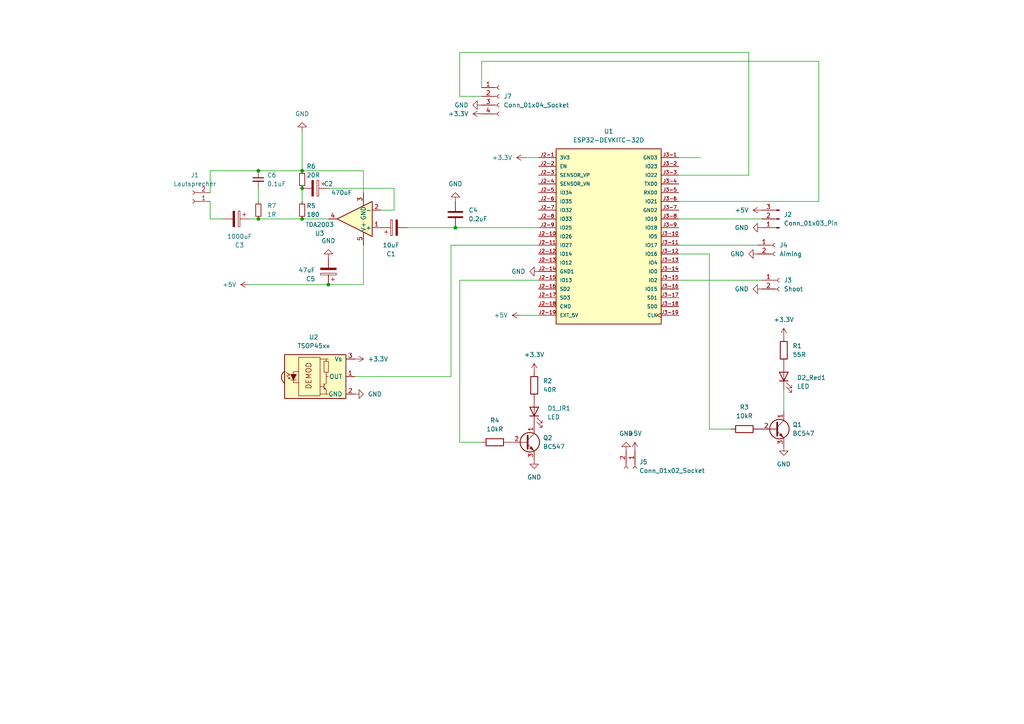
<source format=kicad_sch>
(kicad_sch (version 20230121) (generator eeschema)
  (paper "A4")
  (lib_symbols
    (symbol "Amplifier_Audio:TDA2003" (pin_names (offset 0.127))
      (property "Reference" "U" (at 3.81 6.35 0))
      (property "Value" "TDA2003" (at 3.81 3.81 0))
      (symbol "TDA2003_0_1"
        (polyline (pts (xy -5.08 5.08) (xy 5.08 0) (xy -5.08 -5.08) (xy -5.08 5.08)) (stroke (width 0.254)) (fill (type background)))
      )
      (symbol "TDA2003_1_1"
        (pin input line (at -7.62 2.54 0) (length 2.54) (name "+") (number "1"))
        (pin input line (at -7.62 -2.54 0) (length 2.54) (name "-") (number "2"))
        (pin power_in line (at -2.54 -7.62 90) (length 3.81) (name "GND") (number "3"))
        (pin output line (at 7.62 0 180) (length 2.54) (name "~") (number "4"))
        (pin power_in line (at -2.54 7.62 270) (length 3.81) (name "V+") (number "5"))
      )
    )
    (symbol "Connector:Conn_01x02_Socket" (pin_names (offset 1.016) hide)
      (property "Reference" "J" (at 0 2.54 0))
      (property "Value" "Conn_01x02_Socket" (at 0 -5.08 0))
      (symbol "Conn_01x02_Socket_1_1"
        (arc (start 0 -2.032) (mid -0.5058 -2.54) (end 0 -3.048) (stroke (width 0.1524)))
        (polyline (pts (xy -1.27 -2.54) (xy -0.508 -2.54)) (stroke (width 0.1524)))
        (polyline (pts (xy -1.27 0) (xy -0.508 0)) (stroke (width 0.1524)))
        (arc (start 0 0.508) (mid -0.5058 0) (end 0 -0.508) (stroke (width 0.1524)))
        (pin passive line (at -5.08 0 0) (length 3.81) (name "Pin_1") (number "1"))
        (pin passive line (at -5.08 -2.54 0) (length 3.81) (name "Pin_2") (number "2"))
      )
    )
    (symbol "Connector:Conn_01x03_Pin" (pin_names (offset 1.016) hide)
      (property "Reference" "J" (at 0 5.08 0))
      (property "Value" "Conn_01x03_Pin" (at 0 -5.08 0))
      (symbol "Conn_01x03_Pin_1_1"
        (polyline (pts (xy 1.27 -2.54) (xy 0.8636 -2.54)) (stroke (width 0.1524)))
        (polyline (pts (xy 1.27 0) (xy 0.8636 0)) (stroke (width 0.1524)))
        (polyline (pts (xy 1.27 2.54) (xy 0.8636 2.54)) (stroke (width 0.1524)))
        (rectangle (start 0.8636 -2.413) (end 0 -2.667) (stroke (width 0.1524)) (fill (type outline)))
        (rectangle (start 0.8636 0.127) (end 0 -0.127) (stroke (width 0.1524)) (fill (type outline)))
        (rectangle (start 0.8636 2.667) (end 0 2.413) (stroke (width 0.1524)) (fill (type outline)))
        (pin passive line (at 5.08 2.54 180) (length 3.81) (name "Pin_1") (number "1"))
        (pin passive line (at 5.08 0 180) (length 3.81) (name "Pin_2") (number "2"))
        (pin passive line (at 5.08 -2.54 180) (length 3.81) (name "Pin_3") (number "3"))
      )
    )
    (symbol "Connector:Conn_01x04_Socket" (pin_names (offset 1.016) hide)
      (property "Reference" "J" (at 0 5.08 0))
      (property "Value" "Conn_01x04_Socket" (at 0 -7.62 0))
      (symbol "Conn_01x04_Socket_1_1"
        (arc (start 0 -4.572) (mid -0.5058 -5.08) (end 0 -5.588) (stroke (width 0.1524)))
        (arc (start 0 -2.032) (mid -0.5058 -2.54) (end 0 -3.048) (stroke (width 0.1524)))
        (polyline (pts (xy -1.27 -5.08) (xy -0.508 -5.08)) (stroke (width 0.1524)))
        (polyline (pts (xy -1.27 -2.54) (xy -0.508 -2.54)) (stroke (width 0.1524)))
        (polyline (pts (xy -1.27 0) (xy -0.508 0)) (stroke (width 0.1524)))
        (polyline (pts (xy -1.27 2.54) (xy -0.508 2.54)) (stroke (width 0.1524)))
        (arc (start 0 0.508) (mid -0.5058 0) (end 0 -0.508) (stroke (width 0.1524)))
        (arc (start 0 3.048) (mid -0.5058 2.54) (end 0 2.032) (stroke (width 0.1524)))
        (pin passive line (at -5.08 2.54 0) (length 3.81) (name "Pin_1") (number "1"))
        (pin passive line (at -5.08 0 0) (length 3.81) (name "Pin_2") (number "2"))
        (pin passive line (at -5.08 -2.54 0) (length 3.81) (name "Pin_3") (number "3"))
        (pin passive line (at -5.08 -5.08 0) (length 3.81) (name "Pin_4") (number "4"))
      )
    )
    (symbol "Device:C" (pin_numbers hide) (pin_names (offset 0.254))
      (property "Reference" "C" (at 0.635 2.54 0))
      (property "Value" "C" (at 0.635 -2.54 0))
      (symbol "C_0_1"
        (polyline (pts (xy -2.032 -0.762) (xy 2.032 -0.762)) (stroke (width 0.508)))
        (polyline (pts (xy -2.032 0.762) (xy 2.032 0.762)) (stroke (width 0.508)))
      )
      (symbol "C_1_1"
        (pin passive line (at 0 3.81 270) (length 2.794) (name "~") (number "1"))
        (pin passive line (at 0 -3.81 90) (length 2.794) (name "~") (number "2"))
      )
    )
    (symbol "Device:C_Polarized" (pin_numbers hide) (pin_names (offset 0.254))
      (property "Reference" "C" (at 0.635 2.54 0))
      (property "Value" "C_Polarized" (at 0.635 -2.54 0))
      (symbol "C_Polarized_0_1"
        (rectangle (start -2.286 0.508) (end 2.286 1.016))
        (polyline (pts (xy -1.778 2.286) (xy -0.762 2.286)))
        (polyline (pts (xy -1.27 2.794) (xy -1.27 1.778)))
        (rectangle (start 2.286 -0.508) (end -2.286 -1.016) (fill (type outline)))
      )
      (symbol "C_Polarized_1_1"
        (pin passive line (at 0 3.81 270) (length 2.794) (name "~") (number "1"))
        (pin passive line (at 0 -3.81 90) (length 2.794) (name "~") (number "2"))
      )
    )
    (symbol "Device:C_Small" (pin_numbers hide) (pin_names (offset 0.254) hide)
      (property "Reference" "C" (at 0.254 1.778 0))
      (property "Value" "C_Small" (at 0.254 -2.032 0))
      (symbol "C_Small_0_1"
        (polyline (pts (xy -1.524 -0.508) (xy 1.524 -0.508)) (stroke (width 0.3302)))
        (polyline (pts (xy -1.524 0.508) (xy 1.524 0.508)) (stroke (width 0.3048)))
      )
      (symbol "C_Small_1_1"
        (pin passive line (at 0 2.54 270) (length 2.032) (name "~") (number "1"))
        (pin passive line (at 0 -2.54 90) (length 2.032) (name "~") (number "2"))
      )
    )
    (symbol "Device:LED" (pin_numbers hide) (pin_names (offset 1.016) hide)
      (property "Reference" "D" (at 0 2.54 0))
      (property "Value" "LED" (at 0 -2.54 0))
      (symbol "LED_0_1"
        (polyline (pts (xy -1.27 -1.27) (xy -1.27 1.27)) (stroke (width 0.254)))
        (polyline (pts (xy -1.27 0) (xy 1.27 0)))
        (polyline (pts (xy 1.27 -1.27) (xy 1.27 1.27) (xy -1.27 0) (xy 1.27 -1.27)) (stroke (width 0.254)))
        (polyline (pts (xy -3.048 -0.762) (xy -4.572 -2.286) (xy -3.81 -2.286) (xy -4.572 -2.286) (xy -4.572 -1.524)))
        (polyline (pts (xy -1.778 -0.762) (xy -3.302 -2.286) (xy -2.54 -2.286) (xy -3.302 -2.286) (xy -3.302 -1.524)))
      )
      (symbol "LED_1_1"
        (pin passive line (at -3.81 0 0) (length 2.54) (name "K") (number "1"))
        (pin passive line (at 3.81 0 180) (length 2.54) (name "A") (number "2"))
      )
    )
    (symbol "Device:R" (pin_numbers hide) (pin_names (offset 0))
      (property "Reference" "R" (at 2.032 0 90))
      (property "Value" "R" (at 0 0 90))
      (symbol "R_0_1"
        (rectangle (start -1.016 -2.54) (end 1.016 2.54) (stroke (width 0.254)))
      )
      (symbol "R_1_1"
        (pin passive line (at 0 3.81 270) (length 1.27) (name "~") (number "1"))
        (pin passive line (at 0 -3.81 90) (length 1.27) (name "~") (number "2"))
      )
    )
    (symbol "Device:R_Small" (pin_numbers hide) (pin_names (offset 0.254) hide)
      (property "Reference" "R" (at 0.762 0.508 0))
      (property "Value" "R_Small" (at 0.762 -1.016 0))
      (symbol "R_Small_0_1"
        (rectangle (start -0.762 1.778) (end 0.762 -1.778) (stroke (width 0.2032)))
      )
      (symbol "R_Small_1_1"
        (pin passive line (at 0 2.54 270) (length 0.762) (name "~") (number "1"))
        (pin passive line (at 0 -2.54 90) (length 0.762) (name "~") (number "2"))
      )
    )
    (symbol "ESP32-DEVKITC-32D:ESP32-DEVKITC-32D" (pin_names (offset 1.016))
      (property "Reference" "U" (at -15.2572 26.0643 0))
      (property "Value" "ESP32-DEVKITC-32D" (at -15.2563 -27.9698 0))
      (symbol "ESP32-DEVKITC-32D_0_0"
        (rectangle (start -15.24 -25.4) (end 15.24 25.4) (stroke (width 0.254)) (fill (type background)))
        (pin power_in line (at -20.32 22.86 0) (length 5.08) (name "3V3") (number "J2-1"))
        (pin bidirectional line (at -20.32 0 0) (length 5.08) (name "IO26") (number "J2-10"))
        (pin bidirectional line (at -20.32 -2.54 0) (length 5.08) (name "IO27") (number "J2-11"))
        (pin bidirectional line (at -20.32 -5.08 0) (length 5.08) (name "IO14") (number "J2-12"))
        (pin bidirectional line (at -20.32 -7.62 0) (length 5.08) (name "IO12") (number "J2-13"))
        (pin power_in line (at -20.32 -10.16 0) (length 5.08) (name "GND1") (number "J2-14"))
        (pin bidirectional line (at -20.32 -12.7 0) (length 5.08) (name "IO13") (number "J2-15"))
        (pin bidirectional line (at -20.32 -15.24 0) (length 5.08) (name "SD2") (number "J2-16"))
        (pin bidirectional line (at -20.32 -17.78 0) (length 5.08) (name "SD3") (number "J2-17"))
        (pin bidirectional line (at -20.32 -20.32 0) (length 5.08) (name "CMD") (number "J2-18"))
        (pin power_in line (at -20.32 -22.86 0) (length 5.08) (name "EXT_5V") (number "J2-19"))
        (pin input line (at -20.32 20.32 0) (length 5.08) (name "EN") (number "J2-2"))
        (pin input line (at -20.32 17.78 0) (length 5.08) (name "SENSOR_VP") (number "J2-3"))
        (pin input line (at -20.32 15.24 0) (length 5.08) (name "SENSOR_VN") (number "J2-4"))
        (pin bidirectional line (at -20.32 12.7 0) (length 5.08) (name "IO34") (number "J2-5"))
        (pin bidirectional line (at -20.32 10.16 0) (length 5.08) (name "IO35") (number "J2-6"))
        (pin bidirectional line (at -20.32 7.62 0) (length 5.08) (name "IO32") (number "J2-7"))
        (pin bidirectional line (at -20.32 5.08 0) (length 5.08) (name "IO33") (number "J2-8"))
        (pin bidirectional line (at -20.32 2.54 0) (length 5.08) (name "IO25") (number "J2-9"))
        (pin power_in line (at 20.32 22.86 180) (length 5.08) (name "GND3") (number "J3-1"))
        (pin bidirectional line (at 20.32 0 180) (length 5.08) (name "IO5") (number "J3-10"))
        (pin bidirectional line (at 20.32 -2.54 180) (length 5.08) (name "IO17") (number "J3-11"))
        (pin bidirectional line (at 20.32 -5.08 180) (length 5.08) (name "IO16") (number "J3-12"))
        (pin bidirectional line (at 20.32 -7.62 180) (length 5.08) (name "IO4") (number "J3-13"))
        (pin bidirectional line (at 20.32 -10.16 180) (length 5.08) (name "IO0") (number "J3-14"))
        (pin bidirectional line (at 20.32 -12.7 180) (length 5.08) (name "IO2") (number "J3-15"))
        (pin bidirectional line (at 20.32 -15.24 180) (length 5.08) (name "IO15") (number "J3-16"))
        (pin bidirectional line (at 20.32 -17.78 180) (length 5.08) (name "SD1") (number "J3-17"))
        (pin bidirectional line (at 20.32 -20.32 180) (length 5.08) (name "SD0") (number "J3-18"))
        (pin input clock (at 20.32 -22.86 180) (length 5.08) (name "CLK") (number "J3-19"))
        (pin bidirectional line (at 20.32 20.32 180) (length 5.08) (name "IO23") (number "J3-2"))
        (pin bidirectional line (at 20.32 17.78 180) (length 5.08) (name "IO22") (number "J3-3"))
        (pin output line (at 20.32 15.24 180) (length 5.08) (name "TXD0") (number "J3-4"))
        (pin input line (at 20.32 12.7 180) (length 5.08) (name "RXD0") (number "J3-5"))
        (pin bidirectional line (at 20.32 10.16 180) (length 5.08) (name "IO21") (number "J3-6"))
        (pin power_in line (at 20.32 7.62 180) (length 5.08) (name "GND2") (number "J3-7"))
        (pin bidirectional line (at 20.32 5.08 180) (length 5.08) (name "IO19") (number "J3-8"))
        (pin bidirectional line (at 20.32 2.54 180) (length 5.08) (name "IO18") (number "J3-9"))
      )
    )
    (symbol "Interface_Optical:TSOP45xx" (pin_names (offset 1.016))
      (property "Reference" "U" (at -10.16 7.62 0))
      (property "Value" "TSOP45xx" (at -10.16 -7.62 0))
      (symbol "TSOP45xx_0_0"
        (arc (start -10.287 1.397) (mid -11.0899 -0.1852) (end -10.287 -1.778) (stroke (width 0.254)) (fill (type background)))
        (polyline (pts (xy 1.905 -5.08) (xy 0.127 -5.08)))
        (polyline (pts (xy 1.905 5.08) (xy 0.127 5.08)))
        (text "DEMOD" (at -3.175 0.254 900) (effects (font (size 1.524 1.524))))
      )
      (symbol "TSOP45xx_0_1"
        (rectangle (start -6.096 5.588) (end 0.127 -5.588))
        (polyline (pts (xy -8.763 0.381) (xy -9.652 1.27)))
        (polyline (pts (xy -8.763 0.381) (xy -9.271 0.381)))
        (polyline (pts (xy -8.763 0.381) (xy -8.763 0.889)))
        (polyline (pts (xy -8.636 -0.635) (xy -9.525 0.254)))
        (polyline (pts (xy -8.636 -0.635) (xy -9.144 -0.635)))
        (polyline (pts (xy -8.636 -0.635) (xy -8.636 -0.127)))
        (polyline (pts (xy -8.382 -1.016) (xy -6.731 -1.016)))
        (polyline (pts (xy 1.27 -2.921) (xy 0.127 -2.921)))
        (polyline (pts (xy 1.27 -1.905) (xy 1.27 -3.81)))
        (polyline (pts (xy 1.397 -3.556) (xy 1.524 -3.556)))
        (polyline (pts (xy 1.651 -3.556) (xy 1.524 -3.556)))
        (polyline (pts (xy 1.651 -3.556) (xy 1.651 -3.302)))
        (polyline (pts (xy 1.905 0) (xy 1.905 1.27)))
        (polyline (pts (xy 1.905 4.445) (xy 1.905 5.08) (xy 2.54 5.08)))
        (polyline (pts (xy -8.382 0.635) (xy -6.731 0.635) (xy -7.62 -1.016) (xy -8.382 0.635)) (fill (type outline)))
        (polyline (pts (xy -6.096 1.397) (xy -7.62 1.397) (xy -7.62 -1.778) (xy -6.096 -1.778)))
        (polyline (pts (xy 1.27 -3.175) (xy 1.905 -3.81) (xy 1.905 -5.08) (xy 2.54 -5.08)))
        (polyline (pts (xy 1.27 -2.54) (xy 1.905 -1.905) (xy 1.905 0) (xy 2.54 0)))
        (rectangle (start 2.54 1.27) (end 1.27 4.445))
        (rectangle (start 7.62 6.35) (end -10.16 -6.35) (stroke (width 0.254)) (fill (type background)))
      )
      (symbol "TSOP45xx_1_1"
        (pin output line (at 10.16 0 180) (length 2.54) (name "OUT") (number "1"))
        (pin power_in line (at 10.16 -5.08 180) (length 2.54) (name "GND") (number "2"))
        (pin power_in line (at 10.16 5.08 180) (length 2.54) (name "Vs") (number "3"))
      )
    )
    (symbol "Transistor_BJT:BC547" (pin_names (offset 0) hide)
      (property "Reference" "Q" (at 5.08 1.905 0))
      (property "Value" "BC547" (at 5.08 0 0))
      (symbol "BC547_0_1"
        (polyline (pts (xy 0 0) (xy 0.635 0)))
        (polyline (pts (xy 0.635 0.635) (xy 2.54 2.54)))
        (polyline (pts (xy 0.635 -0.635) (xy 2.54 -2.54) (xy 2.54 -2.54)))
        (polyline (pts (xy 0.635 1.905) (xy 0.635 -1.905) (xy 0.635 -1.905)) (stroke (width 0.508)))
        (polyline (pts (xy 1.27 -1.778) (xy 1.778 -1.27) (xy 2.286 -2.286) (xy 1.27 -1.778) (xy 1.27 -1.778)) (fill (type outline)))
        (circle (center 1.27 0) (radius 2.8194) (stroke (width 0.254)))
      )
      (symbol "BC547_1_1"
        (pin passive line (at 2.54 5.08 270) (length 2.54) (name "C") (number "1"))
        (pin input line (at -5.08 0 0) (length 5.08) (name "B") (number "2"))
        (pin passive line (at 2.54 -5.08 90) (length 2.54) (name "E") (number "3"))
      )
    )
    (symbol "power:+3.3V" (power) (pin_names (offset 0))
      (property "Value" "+3.3V" (at 0 3.556 0))
      (symbol "+3.3V_0_1"
        (polyline (pts (xy -0.762 1.27) (xy 0 2.54)))
        (polyline (pts (xy 0 0) (xy 0 2.54)))
        (polyline (pts (xy 0 2.54) (xy 0.762 1.27)))
      )
      (symbol "+3.3V_1_1"
        (pin power_in line (at 0 0 90) (length 0) hide (name "+3.3V") (number "1"))
      )
    )
    (symbol "power:+5V" (power) (pin_names (offset 0))
      (property "Value" "+5V" (at 0 3.556 0))
      (symbol "+5V_0_1"
        (polyline (pts (xy -0.762 1.27) (xy 0 2.54)))
        (polyline (pts (xy 0 0) (xy 0 2.54)))
        (polyline (pts (xy 0 2.54) (xy 0.762 1.27)))
      )
      (symbol "+5V_1_1"
        (pin power_in line (at 0 0 90) (length 0) hide (name "+5V") (number "1"))
      )
    )
    (symbol "power:GND" (power) (pin_names (offset 0))
      (property "Value" "GND" (at 0 -3.81 0))
      (symbol "GND_0_1"
        (polyline (pts (xy 0 0) (xy 0 -1.27) (xy 1.27 -1.27) (xy 0 -2.54) (xy -1.27 -1.27) (xy 0 -1.27)))
      )
      (symbol "GND_1_1"
        (pin power_in line (at 0 0 270) (length 0) hide (name "GND") (number "1"))
      )
    )
  )
  (junction (at 132.08 66.04))
  (junction (at 74.93 63.5))
  (junction (at 95.25 82.55))
  (junction (at 74.93 49.53))
  (junction (at 87.63 63.5))
  (junction (at 87.63 49.53))
  (junction (at 87.63 54.61))
  (wire (pts (xy 196.85 63.5) (xy 220.98 63.5)))
  (wire (pts (xy 64.77 63.5) (xy 60.96 63.5)))
  (wire (pts (xy 133.35 15.24) (xy 133.35 27.94)))
  (wire (pts (xy 227.33 113.03) (xy 227.33 119.38)))
  (wire (pts (xy 152.4 45.72) (xy 156.21 45.72)))
  (wire (pts (xy 156.21 81.28) (xy 133.35 81.28)))
  (wire (pts (xy 74.93 54.61) (xy 74.93 58.42)))
  (wire (pts (xy 237.49 58.42) (xy 196.85 58.42)))
  (wire (pts (xy 87.63 63.5) (xy 95.25 63.5)))
  (wire (pts (xy 196.85 81.28) (xy 220.98 81.28)))
  (wire (pts (xy 139.7 25.4) (xy 139.7 17.78)))
  (wire (pts (xy 114.3 54.61) (xy 114.3 60.96)))
  (wire (pts (xy 205.74 73.66) (xy 205.74 124.46)))
  (wire (pts (xy 205.74 124.46) (xy 212.09 124.46)))
  (wire (pts (xy 105.41 82.55) (xy 105.41 71.12)))
  (wire (pts (xy 87.63 38.1) (xy 87.63 49.53)))
  (wire (pts (xy 60.96 63.5) (xy 60.96 58.42)))
  (wire (pts (xy 217.17 50.8) (xy 217.17 15.24)))
  (wire (pts (xy 87.63 54.61) (xy 87.63 58.42)))
  (wire (pts (xy 196.85 71.12) (xy 219.71 71.12)))
  (wire (pts (xy 217.17 15.24) (xy 133.35 15.24)))
  (wire (pts (xy 130.81 71.12) (xy 156.21 71.12)))
  (wire (pts (xy 95.25 82.55) (xy 105.41 82.55)))
  (wire (pts (xy 87.63 49.53) (xy 105.41 49.53)))
  (wire (pts (xy 237.49 17.78) (xy 237.49 58.42)))
  (wire (pts (xy 60.96 49.53) (xy 74.93 49.53)))
  (wire (pts (xy 95.25 54.61) (xy 114.3 54.61)))
  (wire (pts (xy 74.93 49.53) (xy 87.63 49.53)))
  (wire (pts (xy 196.85 45.72) (xy 203.2 45.72)))
  (wire (pts (xy 130.81 109.22) (xy 130.81 71.12)))
  (wire (pts (xy 102.87 109.22) (xy 130.81 109.22)))
  (wire (pts (xy 196.85 50.8) (xy 217.17 50.8)))
  (wire (pts (xy 114.3 60.96) (xy 110.49 60.96)))
  (wire (pts (xy 72.39 63.5) (xy 74.93 63.5)))
  (wire (pts (xy 132.08 66.04) (xy 156.21 66.04)))
  (wire (pts (xy 118.11 66.04) (xy 132.08 66.04)))
  (wire (pts (xy 151.13 91.44) (xy 156.21 91.44)))
  (wire (pts (xy 60.96 55.88) (xy 60.96 49.53)))
  (wire (pts (xy 139.7 17.78) (xy 237.49 17.78)))
  (wire (pts (xy 72.39 82.55) (xy 95.25 82.55)))
  (wire (pts (xy 196.85 73.66) (xy 205.74 73.66)))
  (wire (pts (xy 74.93 63.5) (xy 87.63 63.5)))
  (wire (pts (xy 133.35 81.28) (xy 133.35 128.27)))
  (wire (pts (xy 105.41 49.53) (xy 105.41 55.88)))
  (wire (pts (xy 133.35 27.94) (xy 139.7 27.94)))
  (wire (pts (xy 133.35 128.27) (xy 139.7 128.27)))
  (symbol (lib_id "power:GND") (at 219.71 73.66 270) (unit 1)
    (property "Reference" "#PWR010" (effects hide))
    (property "Value" "GND" (at 215.9 73.66 90) (effects (justify right)))
  )
  (symbol (lib_id "power:GND") (at 87.63 38.1 180) (unit 1)
    (property "Reference" "#PWR01" (effects hide))
    (property "Value" "GND" (at 87.63 33.02 0))
  )
  (symbol (lib_id "Device:R") (at 227.33 101.6 0) (unit 1)
    (property "Reference" "R1" (at 229.87 100.33 0) (effects (justify left)))
    (property "Value" "55R" (at 229.87 102.87 0) (effects (justify left)))
    (property "Footprint" "Resistor_THT:R_Axial_DIN0204_L3.6mm_D1.6mm_P5.08mm_Horizontal" (effects hide))
  )
  (symbol (lib_id "power:+5V") (at 220.98 60.96 90) (unit 1)
    (property "Reference" "#PWR08" (effects hide))
    (property "Value" "+5V" (at 217.17 60.96 90) (effects (justify left)))
  )
  (symbol (lib_id "power:GND") (at 132.08 58.42 180) (unit 1)
    (property "Reference" "#PWR06" (effects hide))
    (property "Value" "GND" (at 132.08 53.34 0))
  )
  (symbol (lib_id "Connector:Conn_01x03_Pin") (at 226.06 63.5 180) (unit 1)
    (property "Reference" "J2" (at 227.33 62.23 0) (effects (justify right)))
    (property "Value" "Conn_01x03_Pin" (at 227.33 64.77 0) (effects (justify right)))
    (property "Footprint" "Connector_PinHeader_1.00mm:PinHeader_1x03_P1.00mm_Vertical" (effects hide))
  )
  (symbol (lib_id "Amplifier_Audio:TDA2003") (at 102.87 63.5 180) (unit 1)
    (property "Reference" "U3" (at 92.71 67.6909 0))
    (property "Value" "TDA2003" (at 92.71 65.1509 0))
    (property "Footprint" "Package_TO_SOT_THT:TO-220-5_P3.4x3.7mm_StaggerOdd_Lead3.8mm_Vertical" (effects hide))
    (property "Datasheet" "http://www.st.com/resource/en/datasheet/cd00000123.pdf" (effects hide))
  )
  (symbol (lib_id "Connector:Conn_01x02_Socket") (at 224.79 71.12 0) (unit 1)
    (property "Reference" "J4" (at 226.06 71.12 0) (effects (justify left)))
    (property "Value" "Aiming" (at 226.06 73.66 0) (effects (justify left)))
    (property "Footprint" "Connector_PinHeader_1.00mm:PinHeader_1x02_P1.00mm_Vertical" (effects hide))
  )
  (symbol (lib_id "power:+3.3V") (at 152.4 45.72 90) (unit 1)
    (property "Reference" "#PWR04" (effects hide))
    (property "Value" "+3.3V" (at 148.59 45.72 90) (effects (justify left)))
  )
  (symbol (lib_id "power:+5V") (at 151.13 91.44 90) (unit 1)
    (property "Reference" "#PWR03" (effects hide))
    (property "Value" "+5V" (at 147.32 91.44 90) (effects (justify left)))
  )
  (symbol (lib_id "Device:R_Small") (at 74.93 60.96 0) (unit 1)
    (property "Reference" "R7" (at 77.47 59.69 0) (effects (justify left)))
    (property "Value" "1R" (at 77.47 62.23 0) (effects (justify left)))
    (property "Footprint" "Resistor_THT:R_Axial_DIN0204_L3.6mm_D1.6mm_P5.08mm_Horizontal" (effects hide))
  )
  (symbol (lib_id "Device:LED") (at 227.33 109.22 90) (unit 1)
    (property "Reference" "D2_Red1" (at 231.14 109.5375 90) (effects (justify right)))
    (property "Value" "LED" (at 231.14 112.0775 90) (effects (justify right)))
    (property "Footprint" "LED_THT:LED_D1.8mm_W3.3mm_H2.4mm" (effects hide))
  )
  (symbol (lib_id "Device:C_Polarized") (at 114.3 66.04 90) (unit 1)
    (property "Reference" "C1" (at 113.411 73.66 90))
    (property "Value" "10uF" (at 113.411 71.12 90))
    (property "Footprint" "Capacitor_THT:CP_Radial_D4.0mm_P1.50mm" (effects hide))
  )
  (symbol (lib_id "power:GND") (at 139.7 30.48 270) (unit 1)
    (property "Reference" "#PWR021" (effects hide))
    (property "Value" "GND" (at 135.89 30.48 90) (effects (justify right)))
  )
  (symbol (lib_id "Connector:Conn_01x02_Socket") (at 55.88 58.42 180) (unit 1)
    (property "Reference" "J1" (at 56.515 50.8 0))
    (property "Value" "Lautsprecher" (at 56.515 53.34 0))
    (property "Footprint" "Connector_PinHeader_1.00mm:PinHeader_1x02_P1.00mm_Vertical" (effects hide))
  )
  (symbol (lib_id "power:GND") (at 220.98 66.04 270) (unit 1)
    (property "Reference" "#PWR07" (effects hide))
    (property "Value" "GND" (at 217.17 66.04 90) (effects (justify right)))
  )
  (symbol (lib_id "Device:R_Small") (at 87.63 52.07 0) (unit 1)
    (property "Reference" "R6" (at 88.9 48.26 0) (effects (justify left)))
    (property "Value" "20R" (at 88.9 50.8 0) (effects (justify left)))
    (property "Footprint" "Resistor_THT:R_Axial_DIN0204_L3.6mm_D1.6mm_P5.08mm_Horizontal" (effects hide))
  )
  (symbol (lib_id "Interface_Optical:TSOP45xx") (at 92.71 109.22 0) (unit 1)
    (property "Reference" "U2" (at 90.975 97.79 0))
    (property "Value" "TSOP45xx" (at 90.975 100.33 0))
    (property "Footprint" "OptoDevice:Vishay_MOLD-3Pin" (effects hide))
    (property "Datasheet" "http://www.vishay.com/docs/82460/tsop45.pdf" (effects hide))
  )
  (symbol (lib_id "power:+5V") (at 72.39 82.55 90) (unit 1)
    (property "Reference" "#PWR05" (effects hide))
    (property "Value" "+5V" (at 68.58 82.55 90) (effects (justify left)))
  )
  (symbol (lib_id "Transistor_BJT:BC547") (at 224.79 124.46 0) (unit 1)
    (property "Reference" "Q1" (at 229.87 123.19 0) (effects (justify left)))
    (property "Value" "BC547" (at 229.87 125.73 0) (effects (justify left)))
    (property "Footprint" "Package_TO_SOT_THT:TO-92_Inline" (effects hide))
    (property "Datasheet" "https://www.onsemi.com/pub/Collateral/BC550-D.pdf" (effects hide))
  )
  (symbol (lib_id "Connector:Conn_01x02_Socket") (at 226.06 81.28 0) (unit 1)
    (property "Reference" "J3" (at 227.33 81.28 0) (effects (justify left)))
    (property "Value" "Shoot" (at 227.33 83.82 0) (effects (justify left)))
    (property "Footprint" "Connector_PinHeader_1.00mm:PinHeader_1x02_P1.00mm_Vertical" (effects hide))
  )
  (symbol (lib_id "power:GND") (at 181.61 130.81 180) (unit 1)
    (property "Reference" "#PWR019" (effects hide))
    (property "Value" "GND" (at 181.61 125.73 0))
  )
  (symbol (lib_id "power:+5V") (at 184.15 130.81 0) (unit 1)
    (property "Reference" "#PWR020" (effects hide))
    (property "Value" "+5V" (at 184.15 125.73 0))
  )
  (symbol (lib_id "power:GND") (at 227.33 129.54 0) (unit 1)
    (property "Reference" "#PWR015" (effects hide))
    (property "Value" "GND" (at 227.33 134.62 0))
  )
  (symbol (lib_id "Device:C_Polarized") (at 95.25 78.74 180) (unit 1)
    (property "Reference" "C5" (at 91.44 80.899 0) (effects (justify left)))
    (property "Value" "47uF" (at 91.44 78.359 0) (effects (justify left)))
    (property "Footprint" "Capacitor_THT:CP_Radial_D4.0mm_P1.50mm" (effects hide))
  )
  (symbol (lib_id "power:GND") (at 156.21 78.74 270) (unit 1)
    (property "Reference" "#PWR012" (effects hide))
    (property "Value" "GND" (at 152.4 78.74 90) (effects (justify right)))
  )
  (symbol (lib_id "power:+3.3V") (at 154.94 107.95 0) (unit 1)
    (property "Reference" "#PWR014" (effects hide))
    (property "Value" "+3.3V" (at 154.94 102.87 0))
  )
  (symbol (lib_id "Device:R") (at 215.9 124.46 90) (unit 1)
    (property "Reference" "R3" (at 215.9 118.11 90))
    (property "Value" "10kR" (at 215.9 120.65 90))
    (property "Footprint" "Resistor_THT:R_Axial_DIN0204_L3.6mm_D1.6mm_P5.08mm_Horizontal" (effects hide))
  )
  (symbol (lib_id "power:GND") (at 154.94 133.35 0) (unit 1)
    (property "Reference" "#PWR016" (effects hide))
    (property "Value" "GND" (at 154.94 138.43 0))
  )
  (symbol (lib_id "Device:R") (at 143.51 128.27 90) (unit 1)
    (property "Reference" "R4" (at 143.51 121.92 90))
    (property "Value" "10kR" (at 143.51 124.46 90))
    (property "Footprint" "Resistor_THT:R_Axial_DIN0204_L3.6mm_D1.6mm_P5.08mm_Horizontal" (effects hide))
  )
  (symbol (lib_id "power:+3.3V") (at 102.87 104.14 270) (unit 1)
    (property "Reference" "#PWR017" (effects hide))
    (property "Value" "+3.3V" (at 106.68 104.14 90) (effects (justify left)))
  )
  (symbol (lib_id "ESP32-DEVKITC-32D:ESP32-DEVKITC-32D") (at 176.53 68.58 0) (unit 1)
    (property "Reference" "U1" (at 176.53 38.1 0))
    (property "Value" "ESP32-DEVKITC-32D" (at 176.53 40.64 0))
    (property "Footprint" "kicad_mod:MODULE_ESP32-DEVKITC-32D" (effects hide))
    (property "PARTREV" "V4" (effects hide))
    (property "STANDARD" "Manufacturer Recommendations" (effects hide))
    (property "SNAPEDA_PN" "ESP32-DEVKITC-32D" (effects hide))
    (property "MAXIMUM_PACKAGE_HEIGHT" "N/A" (effects hide))
    (property "MANUFACTURER" "Espressif Systems" (effects hide))
  )
  (symbol (lib_id "Device:C") (at 132.08 62.23 0) (unit 1)
    (property "Reference" "C4" (at 135.89 60.96 0) (effects (justify left)))
    (property "Value" "0.2uF" (at 135.89 63.5 0) (effects (justify left)))
    (property "Footprint" "Capacitor_THT:C_Disc_D3.0mm_W1.6mm_P2.50mm" (effects hide))
  )
  (symbol (lib_id "power:GND") (at 95.25 74.93 180) (unit 1)
    (property "Reference" "#PWR024" (effects hide))
    (property "Value" "GND" (at 95.25 69.85 0))
  )
  (symbol (lib_id "Transistor_BJT:BC547") (at 152.4 128.27 0) (unit 1)
    (property "Reference" "Q2" (at 157.48 127 0) (effects (justify left)))
    (property "Value" "BC547" (at 157.48 129.54 0) (effects (justify left)))
    (property "Footprint" "Package_TO_SOT_THT:TO-92_Inline" (effects hide))
    (property "Datasheet" "https://www.onsemi.com/pub/Collateral/BC550-D.pdf" (effects hide))
  )
  (symbol (lib_id "Connector:Conn_01x02_Socket") (at 184.15 135.89 270) (unit 1)
    (property "Reference" "J5" (at 185.42 133.985 90) (effects (justify left)))
    (property "Value" "Conn_01x02_Socket" (at 185.42 136.525 90) (effects (justify left)))
    (property "Footprint" "Connector_PinHeader_1.00mm:PinHeader_1x02_P1.00mm_Vertical" (effects hide))
  )
  (symbol (lib_id "power:+3.3V") (at 139.7 33.02 90) (unit 1)
    (property "Reference" "#PWR022" (effects hide))
    (property "Value" "+3.3V" (at 135.89 33.02 90) (effects (justify left)))
  )
  (symbol (lib_id "Device:R_Small") (at 87.63 60.96 0) (unit 1)
    (property "Reference" "R5" (at 88.9 59.69 0) (effects (justify left)))
    (property "Value" "180" (at 88.9 62.23 0) (effects (justify left)))
    (property "Footprint" "Resistor_THT:R_Axial_DIN0204_L3.6mm_D1.6mm_P5.08mm_Horizontal" (effects hide))
  )
  (symbol (lib_id "power:GND") (at 102.87 114.3 90) (unit 1)
    (property "Reference" "#PWR018" (effects hide))
    (property "Value" "GND" (at 106.68 114.3 90) (effects (justify right)))
  )
  (symbol (lib_id "Device:C_Polarized") (at 91.44 54.61 270) (unit 1)
    (property "Reference" "C2" (at 95.25 53.34 90))
    (property "Value" "470uF" (at 99.06 55.88 90))
    (property "Footprint" "Capacitor_THT:CP_Radial_D4.0mm_P1.50mm" (effects hide))
  )
  (symbol (lib_id "Device:C_Polarized") (at 68.58 63.5 270) (unit 1)
    (property "Reference" "C3" (at 69.469 71.12 90))
    (property "Value" "1000uF" (at 69.469 68.58 90))
    (property "Footprint" "Capacitor_THT:CP_Radial_D5.0mm_P2.50mm" (effects hide))
  )
  (symbol (lib_id "Device:C_Small") (at 74.93 52.07 0) (unit 1)
    (property "Reference" "C6" (at 77.47 50.8063 0) (effects (justify left)))
    (property "Value" "0.1uF" (at 77.47 53.3463 0) (effects (justify left)))
    (property "Footprint" "Capacitor_THT:C_Disc_D3.0mm_W1.6mm_P2.50mm" (effects hide))
  )
  (symbol (lib_id "Device:LED") (at 154.94 119.38 90) (unit 1)
    (property "Reference" "D1_IR1" (at 158.75 118.4275 90) (effects (justify right)))
    (property "Value" "LED" (at 158.75 120.9675 90) (effects (justify right)))
    (property "Footprint" "LED_THT:LED_D1.8mm_W3.3mm_H2.4mm" (effects hide))
  )
  (symbol (lib_id "power:+3.3V") (at 227.33 97.79 0) (unit 1)
    (property "Reference" "#PWR011" (effects hide))
    (property "Value" "+3.3V" (at 227.33 92.71 0))
  )
  (symbol (lib_id "power:GND") (at 220.98 83.82 270) (unit 1)
    (property "Reference" "#PWR09" (effects hide))
    (property "Value" "GND" (at 217.17 83.82 90) (effects (justify right)))
  )
  (symbol (lib_id "Connector:Conn_01x04_Socket") (at 144.78 27.94 0) (unit 1)
    (property "Reference" "J7" (at 146.05 27.94 0) (effects (justify left)))
    (property "Value" "Conn_01x04_Socket" (at 146.05 30.48 0) (effects (justify left)))
    (property "Footprint" "Connector_PinHeader_1.00mm:PinHeader_1x04_P1.00mm_Vertical" (effects hide))
  )
  (symbol (lib_id "Device:R") (at 154.94 111.76 0) (unit 1)
    (property "Reference" "R2" (at 157.48 110.49 0) (effects (justify left)))
    (property "Value" "40R" (at 157.48 113.03 0) (effects (justify left)))
    (property "Footprint" "Resistor_THT:R_Axial_DIN0204_L3.6mm_D1.6mm_P5.08mm_Horizontal" (effects hide))
  )
)
</source>
